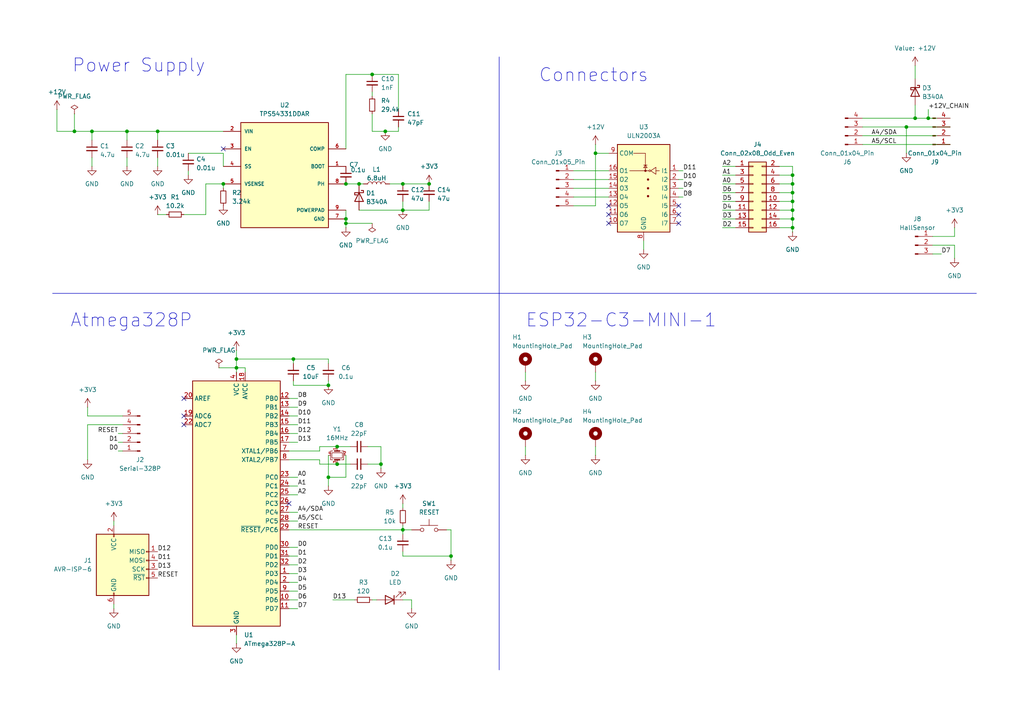
<source format=kicad_sch>
(kicad_sch (version 20231120) (generator "eeschema") (generator_version "8.0")
  (paper "A4")
  (title_block (title "AfterAI Flaps Follower") (date "2024-09-16") (rev "1.0.0") (company "AfterAI Inc."))
  (lib_symbols
    (symbol "Connector:AVR-ISP-6" (pin_names (offset 1.016))
      (property "Reference" "J" (at -6.35 11.43 0))
      (property "Value" "AVR-ISP-6" (at 0 11.43 0))
      (symbol "AVR-ISP-6_1_1"
        (pin passive line (at 10.16 5.08 180) (length 2.54) (name "MISO") (number "1"))
        (pin passive line (at -2.54 12.7 270) (length 2.54) (name "VCC") (number "2"))
        (pin passive line (at 10.16 0 180) (length 2.54) (name "SCK") (number "3"))
        (pin passive line (at 10.16 2.54 180) (length 2.54) (name "MOSI") (number "4"))
        (pin passive line (at 10.16 -2.54 180) (length 2.54) (name "~{RST}") (number "5"))
        (pin passive line (at -2.54 -10.16 90) (length 2.54) (name "GND") (number "6"))
      )
    )
    (symbol "Connector:Conn_01x03_Pin" (pin_names (offset 1.016) hide)
      (property "Reference" "J" (at 0 5.08 0))
      (property "Value" "Conn_01x03_Pin" (at 0 -5.08 0))
      (symbol "Conn_01x03_Pin_1_1"
        (pin passive line (at 5.08 2.54 180) (length 3.81) (name "Pin_1") (number "1"))
        (pin passive line (at 5.08 0 180) (length 3.81) (name "Pin_2") (number "2"))
        (pin passive line (at 5.08 -2.54 180) (length 3.81) (name "Pin_3") (number "3"))
      )
    )
    (symbol "Connector:Conn_01x04_Pin" (pin_names (offset 1.016) hide)
      (property "Reference" "J" (at 0 5.08 0))
      (property "Value" "Conn_01x04_Pin" (at 0 -7.62 0))
      (symbol "Conn_01x04_Pin_1_1"
        (pin passive line (at 5.08 2.54 180) (length 3.81) (name "Pin_1") (number "1"))
        (pin passive line (at 5.08 0 180) (length 3.81) (name "Pin_2") (number "2"))
        (pin passive line (at 5.08 -2.54 180) (length 3.81) (name "Pin_3") (number "3"))
        (pin passive line (at 5.08 -5.08 180) (length 3.81) (name "Pin_4") (number "4"))
      )
    )
    (symbol "Connector:Conn_01x05_Pin" (pin_names (offset 1.016) hide)
      (property "Reference" "J" (at 0 7.62 0))
      (property "Value" "Conn_01x05_Pin" (at 0 -7.62 0))
      (symbol "Conn_01x05_Pin_1_1"
        (pin passive line (at 5.08 5.08 180) (length 3.81) (name "Pin_1") (number "1"))
        (pin passive line (at 5.08 2.54 180) (length 3.81) (name "Pin_2") (number "2"))
        (pin passive line (at 5.08 0 180) (length 3.81) (name "Pin_3") (number "3"))
        (pin passive line (at 5.08 -2.54 180) (length 3.81) (name "Pin_4") (number "4"))
        (pin passive line (at 5.08 -5.08 180) (length 3.81) (name "Pin_5") (number "5"))
      )
    )
    (symbol "Connector_Generic:Conn_02x08_Odd_Even" (pin_names (offset 1.016) hide)
      (property "Reference" "J" (at 1.27 10.16 0))
      (property "Value" "Conn_02x08_Odd_Even" (at 1.27 -12.7 0))
      (symbol "Conn_02x08_Odd_Even_1_1"
        (pin passive line (at -5.08 7.62 0) (length 3.81) (name "Pin_1") (number "1"))
        (pin passive line (at 7.62 -2.54 180) (length 3.81) (name "Pin_10") (number "10"))
        (pin passive line (at -5.08 -5.08 0) (length 3.81) (name "Pin_11") (number "11"))
        (pin passive line (at 7.62 -5.08 180) (length 3.81) (name "Pin_12") (number "12"))
        (pin passive line (at -5.08 -7.62 0) (length 3.81) (name "Pin_13") (number "13"))
        (pin passive line (at 7.62 -7.62 180) (length 3.81) (name "Pin_14") (number "14"))
        (pin passive line (at -5.08 -10.16 0) (length 3.81) (name "Pin_15") (number "15"))
        (pin passive line (at 7.62 -10.16 180) (length 3.81) (name "Pin_16") (number "16"))
        (pin passive line (at 7.62 7.62 180) (length 3.81) (name "Pin_2") (number "2"))
        (pin passive line (at -5.08 5.08 0) (length 3.81) (name "Pin_3") (number "3"))
        (pin passive line (at 7.62 5.08 180) (length 3.81) (name "Pin_4") (number "4"))
        (pin passive line (at -5.08 2.54 0) (length 3.81) (name "Pin_5") (number "5"))
        (pin passive line (at 7.62 2.54 180) (length 3.81) (name "Pin_6") (number "6"))
        (pin passive line (at -5.08 0 0) (length 3.81) (name "Pin_7") (number "7"))
        (pin passive line (at 7.62 0 180) (length 3.81) (name "Pin_8") (number "8"))
        (pin passive line (at -5.08 -2.54 0) (length 3.81) (name "Pin_9") (number "9"))
      )
    )
    (symbol "Device:C_Small" (pin_numbers hide) (pin_names (offset 0.254) hide)
      (property "Reference" "C" (at 0.254 1.778 0))
      (property "Value" "C_Small" (at 0.254 -2.032 0))
      (symbol "C_Small_1_1"
        (pin passive line (at 0 2.54 270) (length 2.032) (name "~") (number "1"))
        (pin passive line (at 0 -2.54 90) (length 2.032) (name "~") (number "2"))
      )
    )
    (symbol "Device:Crystal_GND24_Small" (pin_names (offset 1.016) hide)
      (property "Reference" "Y" (at 1.27 4.445 0))
      (property "Value" "Crystal_GND24_Small" (at 1.27 2.54 0))
      (symbol "Crystal_GND24_Small_1_1"
        (pin passive line (at -2.54 0 0) (length 1.27) (name "1") (number "1"))
        (pin passive line (at 0 -2.54 90) (length 0.635) (name "2") (number "2"))
        (pin passive line (at 2.54 0 180) (length 1.27) (name "3") (number "3"))
        (pin passive line (at 0 2.54 270) (length 0.635) (name "4") (number "4"))
      )
    )
    (symbol "Device:D_Schottky" (pin_numbers hide) (pin_names (offset 1.016) hide)
      (property "Reference" "D" (at 0 2.54 0))
      (property "Value" "D_Schottky" (at 0 -2.54 0))
      (symbol "D_Schottky_1_1"
        (pin passive line (at -3.81 0 0) (length 2.54) (name "K") (number "1"))
        (pin passive line (at 3.81 0 180) (length 2.54) (name "A") (number "2"))
      )
    )
    (symbol "Device:L" (pin_numbers hide) (pin_names (offset 1.016) hide)
      (property "Reference" "L" (at -1.27 0 90))
      (property "Value" "L" (at 1.905 0 90))
      (symbol "L_1_1"
        (pin passive line (at 0 3.81 270) (length 1.27) (name "1") (number "1"))
        (pin passive line (at 0 -3.81 90) (length 1.27) (name "2") (number "2"))
      )
    )
    (symbol "Device:LED" (pin_numbers hide) (pin_names (offset 1.016) hide)
      (property "Reference" "D" (at 0 2.54 0))
      (property "Value" "LED" (at 0 -2.54 0))
      (symbol "LED_1_1"
        (pin passive line (at -3.81 0 0) (length 2.54) (name "K") (number "1"))
        (pin passive line (at 3.81 0 180) (length 2.54) (name "A") (number "2"))
      )
    )
    (symbol "Device:R_Small" (pin_numbers hide) (pin_names (offset 0.254) hide)
      (property "Reference" "R" (at 0.762 0.508 0))
      (property "Value" "R_Small" (at 0.762 -1.016 0))
      (symbol "R_Small_1_1"
        (pin passive line (at 0 2.54 270) (length 0.762) (name "~") (number "1"))
        (pin passive line (at 0 -2.54 90) (length 0.762) (name "~") (number "2"))
      )
    )
    (symbol "MCU_Microchip_ATmega:ATmega328P-A"
      (property "Reference" "U" (at -12.7 36.83 0))
      (property "Value" "ATmega328P-A" (at 2.54 -36.83 0))
      (symbol "ATmega328P-A_1_1"
        (pin bidirectional line (at 15.24 -20.32 180) (length 2.54) (name "PD3") (number "1"))
        (pin bidirectional line (at 15.24 -27.94 180) (length 2.54) (name "PD6") (number "10"))
        (pin bidirectional line (at 15.24 -30.48 180) (length 2.54) (name "PD7") (number "11"))
        (pin bidirectional line (at 15.24 30.48 180) (length 2.54) (name "PB0") (number "12"))
        (pin bidirectional line (at 15.24 27.94 180) (length 2.54) (name "PB1") (number "13"))
        (pin bidirectional line (at 15.24 25.4 180) (length 2.54) (name "PB2") (number "14"))
        (pin bidirectional line (at 15.24 22.86 180) (length 2.54) (name "PB3") (number "15"))
        (pin bidirectional line (at 15.24 20.32 180) (length 2.54) (name "PB4") (number "16"))
        (pin bidirectional line (at 15.24 17.78 180) (length 2.54) (name "PB5") (number "17"))
        (pin power_in line (at 2.54 38.1 270) (length 2.54) (name "AVCC") (number "18"))
        (pin input line (at -15.24 25.4 0) (length 2.54) (name "ADC6") (number "19"))
        (pin bidirectional line (at 15.24 -22.86 180) (length 2.54) (name "PD4") (number "2"))
        (pin passive line (at -15.24 30.48 0) (length 2.54) (name "AREF") (number "20"))
        (pin passive line (at 0 -38.1 90) (length 2.54) hide (name "GND") (number "21"))
        (pin input line (at -15.24 22.86 0) (length 2.54) (name "ADC7") (number "22"))
        (pin bidirectional line (at 15.24 7.62 180) (length 2.54) (name "PC0") (number "23"))
        (pin bidirectional line (at 15.24 5.08 180) (length 2.54) (name "PC1") (number "24"))
        (pin bidirectional line (at 15.24 2.54 180) (length 2.54) (name "PC2") (number "25"))
        (pin bidirectional line (at 15.24 0 180) (length 2.54) (name "PC3") (number "26"))
        (pin bidirectional line (at 15.24 -2.54 180) (length 2.54) (name "PC4") (number "27"))
        (pin bidirectional line (at 15.24 -5.08 180) (length 2.54) (name "PC5") (number "28"))
        (pin bidirectional line (at 15.24 -7.62 180) (length 2.54) (name "~{RESET}/PC6") (number "29"))
        (pin power_in line (at 0 -38.1 90) (length 2.54) (name "GND") (number "3"))
        (pin bidirectional line (at 15.24 -12.7 180) (length 2.54) (name "PD0") (number "30"))
        (pin bidirectional line (at 15.24 -15.24 180) (length 2.54) (name "PD1") (number "31"))
        (pin bidirectional line (at 15.24 -17.78 180) (length 2.54) (name "PD2") (number "32"))
        (pin power_in line (at 0 38.1 270) (length 2.54) (name "VCC") (number "4"))
        (pin passive line (at 0 -38.1 90) (length 2.54) hide (name "GND") (number "5"))
        (pin passive line (at 0 38.1 270) (length 2.54) hide (name "VCC") (number "6"))
        (pin bidirectional line (at 15.24 15.24 180) (length 2.54) (name "XTAL1/PB6") (number "7"))
        (pin bidirectional line (at 15.24 12.7 180) (length 2.54) (name "XTAL2/PB7") (number "8"))
        (pin bidirectional line (at 15.24 -25.4 180) (length 2.54) (name "PD5") (number "9"))
      )
    )
    (symbol "Mechanical:MountingHole_Pad" (pin_numbers hide) (pin_names (offset 1.016) hide)
      (property "Reference" "H" (at 0 6.35 0))
      (property "Value" "MountingHole_Pad" (at 0 4.445 0))
      (symbol "MountingHole_Pad_1_1"
        (pin input line (at 0 -2.54 90) (length 2.54) (name "1") (number "1"))
      )
    )
    (symbol "Switch:SW_Push" (pin_numbers hide) (pin_names (offset 1.016) hide)
      (property "Reference" "SW" (at 1.27 2.54 0))
      (property "Value" "SW_Push" (at 0 -1.524 0))
      (symbol "SW_Push_0_1"
        (pin passive line (at -5.08 0 0) (length 2.54) (name "1") (number "1"))
        (pin passive line (at 5.08 0 180) (length 2.54) (name "2") (number "2"))
      )
    )
    (symbol "TPS54331DDAR:TPS54331DDAR" (pin_names (offset 1.016))
      (property "Reference" "U" (at -12.7 16.51 0))
      (property "Value" "TPS54331DDAR" (at -12.7 -16.51 0))
      (symbol "TPS54331DDAR_0_0"
        (pin output line (at 17.78 2.54 180) (length 5.08) (name "BOOT") (number "1"))
        (pin power_in line (at -17.78 12.7 0) (length 5.08) (name "VIN") (number "2"))
        (pin input line (at -17.78 7.62 0) (length 5.08) (name "EN") (number "3"))
        (pin input line (at -17.78 2.54 0) (length 5.08) (name "SS") (number "4"))
        (pin input line (at -17.78 -2.54 0) (length 5.08) (name "VSENSE") (number "5"))
        (pin output line (at 17.78 7.62 180) (length 5.08) (name "COMP") (number "6"))
        (pin power_in line (at 17.78 -12.7 180) (length 5.08) (name "GND") (number "7"))
        (pin output line (at 17.78 -2.54 180) (length 5.08) (name "PH") (number "8"))
        (pin power_in line (at 17.78 -10.16 180) (length 5.08) (name "POWERPAD") (number "9"))
      )
    )
    (symbol "Transistor_Array:ULN2003A"
      (property "Reference" "U" (at 0 15.875 0))
      (property "Value" "ULN2003A" (at 0 13.97 0))
      (symbol "ULN2003A_1_1"
        (pin input line (at -10.16 5.08 0) (length 2.54) (name "I1") (number "1"))
        (pin open_collector line (at 10.16 -10.16 180) (length 2.54) (name "O7") (number "10"))
        (pin open_collector line (at 10.16 -7.62 180) (length 2.54) (name "O6") (number "11"))
        (pin open_collector line (at 10.16 -5.08 180) (length 2.54) (name "O5") (number "12"))
        (pin open_collector line (at 10.16 -2.54 180) (length 2.54) (name "O4") (number "13"))
        (pin open_collector line (at 10.16 0 180) (length 2.54) (name "O3") (number "14"))
        (pin open_collector line (at 10.16 2.54 180) (length 2.54) (name "O2") (number "15"))
        (pin open_collector line (at 10.16 5.08 180) (length 2.54) (name "O1") (number "16"))
        (pin input line (at -10.16 2.54 0) (length 2.54) (name "I2") (number "2"))
        (pin input line (at -10.16 0 0) (length 2.54) (name "I3") (number "3"))
        (pin input line (at -10.16 -2.54 0) (length 2.54) (name "I4") (number "4"))
        (pin input line (at -10.16 -5.08 0) (length 2.54) (name "I5") (number "5"))
        (pin input line (at -10.16 -7.62 0) (length 2.54) (name "I6") (number "6"))
        (pin input line (at -10.16 -10.16 0) (length 2.54) (name "I7") (number "7"))
        (pin power_in line (at 0 -15.24 90) (length 2.54) (name "GND") (number "8"))
        (pin passive line (at 10.16 10.16 180) (length 2.54) (name "COM") (number "9"))
      )
    )
    (symbol "power:+12V" (power) (pin_numbers hide) (pin_names (offset 0) hide)
      (property "Value" "+12V" (at 0 3.556 0))
      (symbol "+12V_1_1"
        (pin power_in line (at 0 0 90) (length 0) (name "~") (number "1"))
      )
    )
    (symbol "power:+3V3" (power) (pin_numbers hide) (pin_names (offset 0) hide)
      (property "Value" "+3V3" (at 0 3.556 0))
      (symbol "+3V3_1_1"
        (pin power_in line (at 0 0 90) (length 0) (name "~") (number "1"))
      )
    )
    (symbol "power:GND" (power) (pin_numbers hide) (pin_names (offset 0) hide)
      (property "Value" "GND" (at 0 -3.81 0))
      (symbol "GND_1_1"
        (pin power_in line (at 0 0 270) (length 0) (name "~") (number "1"))
      )
    )
    (symbol "power:PWR_FLAG" (power) (pin_numbers hide) (pin_names (offset 0) hide)
      (property "Value" "PWR_FLAG" (at 0 3.81 0))
      (symbol "PWR_FLAG_0_0"
        (pin power_out line (at 0 0 90) (length 0) (name "~") (number "1"))
      )
    )
  )
  (junction (at 116.84 53.34))
  (junction (at 68.58 104.14))
  (junction (at 124.46 53.34))
  (junction (at 229.87 63.5))
  (junction (at 97.79 129.54))
  (junction (at 265.43 34.29))
  (junction (at 100.33 64.77))
  (junction (at 45.72 38.1))
  (junction (at 68.58 106.68))
  (junction (at 36.83 38.1))
  (junction (at 229.87 53.34))
  (junction (at 229.87 58.42))
  (junction (at 229.87 66.04))
  (junction (at 110.49 134.62))
  (junction (at 95.25 138.43))
  (junction (at 116.84 60.96))
  (junction (at 269.24 34.29))
  (junction (at 104.14 53.34))
  (junction (at 107.95 21.59))
  (junction (at 100.33 53.34))
  (junction (at 21.59 38.1))
  (junction (at 229.87 60.96))
  (junction (at 26.67 38.1))
  (junction (at 130.81 161.29))
  (junction (at 229.87 55.88))
  (junction (at 172.72 44.45))
  (junction (at 116.84 153.67))
  (junction (at 64.77 53.34))
  (junction (at 262.89 36.83))
  (junction (at 97.79 134.62))
  (junction (at 229.87 50.8))
  (junction (at 111.76 38.1))
  (junction (at 85.09 104.14))
  (junction (at 100.33 63.5))
  (junction (at 95.25 111.76))
  (no_connect (at 176.53 64.77))
  (no_connect (at 83.82 146.05))
  (no_connect (at 196.85 62.23))
  (no_connect (at 53.34 123.19))
  (no_connect (at 53.34 120.65))
  (no_connect (at 53.34 115.57))
  (no_connect (at 196.85 59.69))
  (no_connect (at 176.53 59.69))
  (no_connect (at 176.53 62.23))
  (no_connect (at 196.85 64.77))
  (no_connect (at 64.77 43.18))
  (wire (pts (xy 86.36 115.57) (xy 83.82 115.57)))
  (wire (pts (xy 48.26 62.23) (xy 45.72 62.23)))
  (wire (pts (xy 71.12 107.95) (xy 71.12 106.68)))
  (wire (pts (xy 86.36 171.45) (xy 83.82 171.45)))
  (wire (pts (xy 92.71 129.54) (xy 97.79 129.54)))
  (wire (pts (xy 86.36 158.75) (xy 83.82 158.75)))
  (wire (pts (xy 115.57 38.1) (xy 111.76 38.1)))
  (wire (pts (xy 209.55 55.88) (xy 213.36 55.88)))
  (wire (pts (xy 16.51 38.1) (xy 21.59 38.1)))
  (wire (pts (xy 100.33 64.77) (xy 100.33 66.04)))
  (wire (pts (xy 83.82 133.35) (xy 92.71 133.35)))
  (wire (pts (xy 198.12 54.61) (xy 196.85 54.61)))
  (wire (pts (xy 68.58 106.68) (xy 71.12 106.68)))
  (wire (pts (xy 262.89 44.45) (xy 262.89 36.83)))
  (wire (pts (xy 116.84 60.96) (xy 124.46 60.96)))
  (wire (pts (xy 86.36 123.19) (xy 83.82 123.19)))
  (wire (pts (xy 116.84 146.05) (xy 116.84 147.32)))
  (wire (pts (xy 106.68 129.54) (xy 110.49 129.54)))
  (wire (pts (xy 209.55 63.5) (xy 213.36 63.5)))
  (wire (pts (xy 59.69 62.23) (xy 59.69 53.34)))
  (wire (pts (xy 107.95 33.02) (xy 107.95 38.1)))
  (wire (pts (xy 198.12 49.53) (xy 196.85 49.53)))
  (wire (pts (xy 68.58 104.14) (xy 85.09 104.14)))
  (wire (pts (xy 229.87 66.04) (xy 229.87 67.31)))
  (wire (pts (xy 226.06 50.8) (xy 229.87 50.8)))
  (wire (pts (xy 95.25 132.08) (xy 95.25 138.43)))
  (wire (pts (xy 85.09 105.41) (xy 85.09 104.14)))
  (wire (pts (xy 198.12 52.07) (xy 196.85 52.07)))
  (wire (pts (xy 54.61 49.53) (xy 54.61 50.8)))
  (wire (pts (xy 250.19 36.83) (xy 262.89 36.83)))
  (wire (pts (xy 166.37 59.69) (xy 172.72 59.69)))
  (wire (pts (xy 97.79 134.62) (xy 101.6 134.62)))
  (wire (pts (xy 86.36 125.73) (xy 83.82 125.73)))
  (wire (pts (xy 83.82 130.81) (xy 92.71 130.81)))
  (wire (pts (xy 92.71 130.81) (xy 92.71 129.54)))
  (wire (pts (xy 229.87 50.8) (xy 229.87 53.34)))
  (wire (pts (xy 83.82 163.83) (xy 86.36 163.83)))
  (wire (pts (xy 100.33 63.5) (xy 100.33 64.77)))
  (wire (pts (xy 53.34 62.23) (xy 59.69 62.23)))
  (wire (pts (xy 59.69 53.34) (xy 64.77 53.34)))
  (wire (pts (xy 68.58 104.14) (xy 68.58 106.68)))
  (wire (pts (xy 68.58 106.68) (xy 68.58 107.95)))
  (wire (pts (xy 229.87 60.96) (xy 229.87 63.5)))
  (wire (pts (xy 100.33 21.59) (xy 107.95 21.59)))
  (wire (pts (xy 270.51 71.12) (xy 276.86 71.12)))
  (wire (pts (xy 54.61 44.45) (xy 64.77 44.45)))
  (wire (pts (xy 130.81 153.67) (xy 130.81 161.29)))
  (wire (pts (xy 229.87 48.26) (xy 229.87 50.8)))
  (wire (pts (xy 104.14 60.96) (xy 116.84 60.96)))
  (wire (pts (xy 172.72 129.54) (xy 172.72 132.08)))
  (polyline (pts (xy 144.78 85.09) (xy 144.78 194.31)))
  (wire (pts (xy 64.77 44.45) (xy 64.77 48.26)))
  (wire (pts (xy 265.43 19.05) (xy 265.43 22.86)))
  (wire (pts (xy 86.36 168.91) (xy 83.82 168.91)))
  (wire (pts (xy 250.19 41.91) (xy 275.59 41.91)))
  (wire (pts (xy 270.51 68.58) (xy 276.86 68.58)))
  (polyline (pts (xy 144.78 16.51) (xy 144.78 85.09)))
  (wire (pts (xy 100.33 60.96) (xy 100.33 63.5)))
  (wire (pts (xy 86.36 118.11) (xy 83.82 118.11)))
  (wire (pts (xy 63.5 106.68) (xy 68.58 106.68)))
  (wire (pts (xy 265.43 34.29) (xy 269.24 34.29)))
  (wire (pts (xy 262.89 36.83) (xy 275.59 36.83)))
  (wire (pts (xy 21.59 38.1) (xy 26.67 38.1)))
  (wire (pts (xy 116.84 58.42) (xy 116.84 60.96)))
  (polyline (pts (xy 144.78 85.09) (xy 283.21 85.09)))
  (wire (pts (xy 130.81 162.56) (xy 130.81 161.29)))
  (wire (pts (xy 209.55 50.8) (xy 213.36 50.8)))
  (wire (pts (xy 36.83 38.1) (xy 45.72 38.1)))
  (wire (pts (xy 226.06 58.42) (xy 229.87 58.42)))
  (wire (pts (xy 34.29 128.27) (xy 35.56 128.27)))
  (wire (pts (xy 113.03 53.34) (xy 116.84 53.34)))
  (wire (pts (xy 229.87 63.5) (xy 229.87 66.04)))
  (wire (pts (xy 229.87 58.42) (xy 229.87 60.96)))
  (wire (pts (xy 116.84 152.4) (xy 116.84 153.67)))
  (wire (pts (xy 86.36 173.99) (xy 83.82 173.99)))
  (wire (pts (xy 186.69 69.85) (xy 186.69 72.39)))
  (wire (pts (xy 85.09 104.14) (xy 95.25 104.14)))
  (wire (pts (xy 95.25 138.43) (xy 95.25 140.97)))
  (wire (pts (xy 45.72 38.1) (xy 64.77 38.1)))
  (wire (pts (xy 33.02 151.13) (xy 33.02 152.4)))
  (wire (pts (xy 226.06 66.04) (xy 229.87 66.04)))
  (wire (pts (xy 102.87 173.99) (xy 96.52 173.99)))
  (wire (pts (xy 115.57 36.83) (xy 115.57 38.1)))
  (wire (pts (xy 25.4 120.65) (xy 35.56 120.65)))
  (wire (pts (xy 209.55 53.34) (xy 213.36 53.34)))
  (wire (pts (xy 250.19 39.37) (xy 275.59 39.37)))
  (wire (pts (xy 198.12 57.15) (xy 196.85 57.15)))
  (wire (pts (xy 68.58 186.69) (xy 68.58 184.15)))
  (wire (pts (xy 276.86 71.12) (xy 276.86 74.93)))
  (wire (pts (xy 34.29 130.81) (xy 35.56 130.81)))
  (wire (pts (xy 116.84 153.67) (xy 119.38 153.67)))
  (wire (pts (xy 95.25 111.76) (xy 95.25 110.49)))
  (wire (pts (xy 209.55 60.96) (xy 213.36 60.96)))
  (wire (pts (xy 130.81 153.67) (xy 129.54 153.67)))
  (wire (pts (xy 166.37 57.15) (xy 176.53 57.15)))
  (wire (pts (xy 34.29 125.73) (xy 35.56 125.73)))
  (wire (pts (xy 64.77 53.34) (xy 64.77 54.61)))
  (wire (pts (xy 250.19 34.29) (xy 265.43 34.29)))
  (wire (pts (xy 226.06 48.26) (xy 229.87 48.26)))
  (wire (pts (xy 95.25 104.14) (xy 95.25 105.41)))
  (wire (pts (xy 85.09 110.49) (xy 85.09 111.76)))
  (wire (pts (xy 83.82 138.43) (xy 86.36 138.43)))
  (wire (pts (xy 100.33 21.59) (xy 100.33 43.18)))
  (wire (pts (xy 172.72 59.69) (xy 172.72 44.45)))
  (wire (pts (xy 273.05 73.66) (xy 270.51 73.66)))
  (wire (pts (xy 116.84 154.94) (xy 116.84 153.67)))
  (wire (pts (xy 21.59 38.1) (xy 21.59 33.02)))
  (wire (pts (xy 45.72 38.1) (xy 45.72 40.64)))
  (wire (pts (xy 209.55 58.42) (xy 213.36 58.42)))
  (wire (pts (xy 26.67 38.1) (xy 36.83 38.1)))
  (wire (pts (xy 26.67 45.72) (xy 26.67 48.26)))
  (wire (pts (xy 110.49 134.62) (xy 110.49 135.89)))
  (wire (pts (xy 172.72 107.95) (xy 172.72 110.49)))
  (wire (pts (xy 45.72 45.72) (xy 45.72 48.26)))
  (wire (pts (xy 36.83 38.1) (xy 36.83 40.64)))
  (wire (pts (xy 68.58 101.6) (xy 68.58 104.14)))
  (wire (pts (xy 226.06 55.88) (xy 229.87 55.88)))
  (wire (pts (xy 16.51 31.75) (xy 16.51 38.1)))
  (wire (pts (xy 172.72 44.45) (xy 176.53 44.45)))
  (wire (pts (xy 83.82 153.67) (xy 116.84 153.67)))
  (wire (pts (xy 229.87 53.34) (xy 229.87 55.88)))
  (wire (pts (xy 229.87 55.88) (xy 229.87 58.42)))
  (wire (pts (xy 152.4 107.95) (xy 152.4 110.49)))
  (wire (pts (xy 25.4 133.35) (xy 25.4 123.19)))
  (wire (pts (xy 104.14 53.34) (xy 105.41 53.34)))
  (wire (pts (xy 25.4 118.11) (xy 25.4 120.65)))
  (wire (pts (xy 116.84 53.34) (xy 124.46 53.34)))
  (wire (pts (xy 226.06 60.96) (xy 229.87 60.96)))
  (wire (pts (xy 106.68 134.62) (xy 110.49 134.62)))
  (wire (pts (xy 36.83 45.72) (xy 36.83 48.26)))
  (wire (pts (xy 97.79 129.54) (xy 101.6 129.54)))
  (wire (pts (xy 86.36 128.27) (xy 83.82 128.27)))
  (wire (pts (xy 107.95 173.99) (xy 109.22 173.99)))
  (wire (pts (xy 152.4 129.54) (xy 152.4 132.08)))
  (wire (pts (xy 166.37 49.53) (xy 176.53 49.53)))
  (wire (pts (xy 26.67 38.1) (xy 26.67 40.64)))
  (wire (pts (xy 83.82 140.97) (xy 86.36 140.97)))
  (wire (pts (xy 124.46 60.96) (xy 124.46 58.42)))
  (wire (pts (xy 86.36 120.65) (xy 83.82 120.65)))
  (wire (pts (xy 226.06 53.34) (xy 229.87 53.34)))
  (wire (pts (xy 119.38 173.99) (xy 119.38 176.53)))
  (wire (pts (xy 276.86 68.58) (xy 276.86 66.04)))
  (wire (pts (xy 166.37 54.61) (xy 176.53 54.61)))
  (wire (pts (xy 100.33 138.43) (xy 95.25 138.43)))
  (wire (pts (xy 92.71 133.35) (xy 92.71 134.62)))
  (wire (pts (xy 172.72 41.91) (xy 172.72 44.45)))
  (wire (pts (xy 33.02 176.53) (xy 33.02 175.26)))
  (polyline (pts (xy 15.24 85.09) (xy 144.78 85.09)))
  (wire (pts (xy 115.57 21.59) (xy 115.57 31.75)))
  (wire (pts (xy 107.95 26.67) (xy 107.95 27.94)))
  (wire (pts (xy 86.36 166.37) (xy 83.82 166.37)))
  (wire (pts (xy 116.84 161.29) (xy 116.84 160.02)))
  (wire (pts (xy 92.71 134.62) (xy 97.79 134.62)))
  (wire (pts (xy 269.24 34.29) (xy 275.59 34.29)))
  (wire (pts (xy 269.24 31.75) (xy 269.24 34.29)))
  (wire (pts (xy 110.49 129.54) (xy 110.49 134.62)))
  (wire (pts (xy 86.36 161.29) (xy 83.82 161.29)))
  (wire (pts (xy 116.84 173.99) (xy 119.38 173.99)))
  (wire (pts (xy 86.36 148.59) (xy 83.82 148.59)))
  (wire (pts (xy 83.82 143.51) (xy 86.36 143.51)))
  (wire (pts (xy 111.76 38.1) (xy 107.95 38.1)))
  (wire (pts (xy 85.09 111.76) (xy 95.25 111.76)))
  (wire (pts (xy 107.95 64.77) (xy 100.33 64.77)))
  (wire (pts (xy 25.4 123.19) (xy 35.56 123.19)))
  (wire (pts (xy 116.84 161.29) (xy 130.81 161.29)))
  (wire (pts (xy 86.36 151.13) (xy 83.82 151.13)))
  (wire (pts (xy 166.37 52.07) (xy 176.53 52.07)))
  (wire (pts (xy 86.36 176.53) (xy 83.82 176.53)))
  (wire (pts (xy 100.33 53.34) (xy 104.14 53.34)))
  (wire (pts (xy 209.55 66.04) (xy 213.36 66.04)))
  (wire (pts (xy 226.06 63.5) (xy 229.87 63.5)))
  (wire (pts (xy 100.33 132.08) (xy 100.33 138.43)))
  (wire (pts (xy 107.95 21.59) (xy 115.57 21.59)))
  (wire (pts (xy 265.43 30.48) (xy 265.43 34.29)))
  (wire (pts (xy 209.55 48.26) (xy 213.36 48.26)))
  (text "Connectors" (at 156.21 24.13 0) (effects (font (size 3.81 3.81)) (justify left bottom)))
  (text "Power Supply" (at 20.828 21.336 0) (effects (font (size 3.81 3.81)) (justify left bottom)))
  (text "ESP32-C3-MINI-1" (at 152.4 95.25 0) (effects (font (size 3.81 3.81)) (justify left bottom)))
  (text "Atmega328P" (at 20.32 95.25 0) (effects (font (size 3.81 3.81)) (justify left bottom)))
  (label "D10" (at 86.36 120.65 0))
  (label "D12" (at 45.72 160.02 0))
  (label "D11" (at 198.12 49.53 0))
  (label "D1" (at 86.36 161.29 0))
  (label "A4{slash}SDA" (at 86.36 148.59 0))
  (label "D7" (at 273.05 73.66 0))
  (label "D12" (at 86.36 125.73 0))
  (label "D1" (at 34.29 128.27 180))
  (label "D7" (at 86.36 176.53 0))
  (label "D10" (at 198.12 52.07 0))
  (label "A2" (at 209.55 48.26 0))
  (label "D13" (at 96.52 173.99 0))
  (label "A2" (at 86.36 143.51 0))
  (label "RESET" (at 45.72 167.64 0))
  (label "D4" (at 86.36 168.91 0))
  (label "D4" (at 209.55 60.96 0))
  (label "D3" (at 209.55 63.5 0))
  (label "A5{slash}SCL" (at 86.36 151.13 0))
  (label "D6" (at 86.36 173.99 0))
  (label "A1" (at 209.55 50.8 0))
  (label "D11" (at 45.72 162.56 0))
  (label "D8" (at 198.12 57.15 0))
  (label "A4{slash}SDA" (at 252.73 39.37 0))
  (label "D3" (at 86.36 166.37 0))
  (label "D9" (at 86.36 118.11 0))
  (label "A5{slash}SCL" (at 252.73 41.91 0))
  (label "D9" (at 198.12 54.61 0))
  (label "D6" (at 209.55 55.88 0))
  (label "A0" (at 86.36 138.43 0))
  (label "A0" (at 209.55 53.34 0))
  (label "D13" (at 86.36 128.27 0))
  (label "D0" (at 86.36 158.75 0))
  (label "D5" (at 86.36 171.45 0))
  (label "D2" (at 86.36 163.83 0))
  (label "A1" (at 86.36 140.97 0))
  (label "+12V_CHAIN" (at 269.24 31.75 0))
  (label "RESET" (at 34.29 125.73 180))
  (label "RESET" (at 86.36 153.67 0))
  (label "D8" (at 86.36 115.57 0))
  (label "D5" (at 209.55 58.42 0))
  (label "D13" (at 45.72 165.1 0))
  (label "D11" (at 86.36 123.19 0))
  (label "D2" (at 209.55 66.04 0))
  (label "D0" (at 34.29 130.81 180))
  (symbol (lib_id "Device:R_Small") (at 64.77 57.15 180) (unit 1)
    (property "Reference" "R2" (at 67.31 55.8799 0) (effects (justify right)))
    (property "Value" "3.24k" (at 67.31 58.4199 0) (effects (justify right)))
    (property "Footprint" "Resistor_SMD:R_0603_1608Metric" (effects (hide yes)))
    (property "LCSC" "C22994" (effects (hide yes)))
  )
  (symbol (lib_id "power:+3V3") (at 116.84 146.05 0) (unit 1)
    (property "Reference" "#PWR020" (effects (hide yes)))
    (property "Value" "+3V3" (at 116.84 140.97 0))
    (property "Description" "Power symbol creates a global label with name \"+3V3\"" (effects (hide yes)))
  )
  (symbol (lib_id "Device:R_Small") (at 116.84 149.86 0) (unit 1)
    (property "Reference" "R5" (at 113.03 148.59 0))
    (property "Value" "10k" (at 113.03 151.13 0))
    (property "Footprint" "Resistor_SMD:R_0402_1005Metric" (effects (hide yes)))
    (property "LCSC" "C25744" (effects (hide yes)))
  )
  (symbol (lib_id "power:GND") (at 54.61 50.8 0) (unit 1)
    (property "Reference" "#PWR010" (effects (hide yes)))
    (property "Value" "GND" (at 54.61 55.88 0))
    (property "Description" "Power symbol creates a global label with name \"GND\" , ground" (effects (hide yes)))
  )
  (symbol (lib_id "power:+12V") (at 265.43 19.05 0) (unit 1)
    (property "Reference" "#PWR039" (effects (hide yes)))
    (property "Value" "+12V" (at 265.43 13.97 0) (show_name yes))
    (property "Description" "Power symbol creates a global label with name \"+12V\"" (effects (hide yes)))
  )
  (symbol (lib_id "Transistor_Array:ULN2003A") (at 186.69 54.61 0) (mirror y) (unit 1)
    (property "Reference" "U3" (at 186.69 36.83 0))
    (property "Value" "ULN2003A" (at 186.69 39.37 0))
    (property "Footprint" "Package_SO:SOIC-16_3.9x9.9mm_P1.27mm" (effects (hide yes)))
    (property "Datasheet" "http://www.ti.com/lit/ds/symlink/uln2003a.pdf" (effects (hide yes)))
    (property "LCSC" "C7512" (effects (hide yes)))
  )
  (symbol (lib_id "power:GND") (at 95.25 111.76 0) (unit 1)
    (property "Reference" "#PWR014" (effects (hide yes)))
    (property "Value" "GND" (at 95.25 116.84 0))
    (property "Description" "Power symbol creates a global label with name \"GND\" , ground" (effects (hide yes)))
  )
  (symbol (lib_id "Device:C_Small") (at 54.61 46.99 0) (unit 1)
    (property "Reference" "C4" (at 56.9341 46.1616 0) (effects (justify left)))
    (property "Value" "0.01u" (at 56.9341 48.6985 0) (effects (justify left)))
    (property "Footprint" "Capacitor_SMD:C_0603_1608Metric" (effects (hide yes)))
    (property "LCSC" "C77053" (effects (hide yes)))
  )
  (symbol (lib_id "Device:C_Small") (at 26.67 43.18 0) (unit 1)
    (property "Reference" "C1" (at 28.9941 42.3516 0) (effects (justify left)))
    (property "Value" "4.7u" (at 28.9941 44.8885 0) (effects (justify left)))
    (property "Footprint" "Capacitor_SMD:C_0805_2012Metric" (effects (hide yes)))
    (property "LCSC" " C77077" (effects (hide yes)))
  )
  (symbol (lib_id "power:+3V3") (at 45.72 62.23 0) (unit 1)
    (property "Reference" "#PWR09" (effects (hide yes)))
    (property "Value" "+3V3" (at 45.72 57.15 0))
    (property "Description" "Power symbol creates a global label with name \"+3V3\"" (effects (hide yes)))
  )
  (symbol (lib_id "power:GND") (at 172.72 110.49 0) (unit 1)
    (property "Reference" "#PWR029" (effects (hide yes)))
    (property "Value" "GND" (at 172.72 115.57 0))
    (property "Description" "Power symbol creates a global label with name \"GND\" , ground" (effects (hide yes)))
  )
  (symbol (lib_id "power:GND") (at 111.76 38.1 0) (unit 1)
    (property "Reference" "#PWR018" (effects (hide yes)))
    (property "Value" "GND" (at 111.76 43.18 0))
    (property "Description" "Power symbol creates a global label with name \"GND\" , ground" (effects (hide yes)))
  )
  (symbol (lib_id "power:GND") (at 262.89 44.45 0) (unit 1)
    (property "Reference" "#PWR038" (effects (hide yes)))
    (property "Value" "GND" (at 262.89 49.53 0))
    (property "Description" "Power symbol creates a global label with name \"GND\" , ground" (effects (hide yes)))
  )
  (symbol (lib_id "power:+3V3") (at 33.02 151.13 0) (unit 1)
    (property "Reference" "#PWR05" (effects (hide yes)))
    (property "Value" "+3V3" (at 33.02 146.05 0))
    (property "Description" "Power symbol creates a global label with name \"+3V3\"" (effects (hide yes)))
  )
  (symbol (lib_id "Device:C_Small") (at 124.46 55.88 0) (unit 1)
    (property "Reference" "C14" (at 126.7841 55.0516 0) (effects (justify left)))
    (property "Value" "47u" (at 126.7841 57.5885 0) (effects (justify left)))
    (property "Footprint" "Capacitor_SMD:C_0603_1608Metric" (effects (hide yes)))
    (property "LCSC" "C140782" (effects (hide yes)))
  )
  (symbol (lib_id "Mechanical:MountingHole_Pad") (at 152.4 105.41 0) (unit 1) (in_bom no)
    (property "Reference" "H1" (at 148.59 97.79 0) (effects (justify left)))
    (property "Value" "MountingHole_Pad" (at 148.59 100.33 0) (effects (justify left)))
    (property "Footprint" "MountingHole:MountingHole_3.2mm_M3_DIN965_Pad" (effects (hide yes)))
  )
  (symbol (lib_id "Device:C_Small") (at 116.84 157.48 180) (unit 1)
    (property "Reference" "C13" (at 111.76 156.21 0))
    (property "Value" "0.1u" (at 111.76 158.75 0))
    (property "Footprint" "Capacitor_SMD:C_0402_1005Metric" (effects (hide yes)))
    (property "LCSC" "C307331" (effects (hide yes)))
  )
  (symbol (lib_id "Device:D_Schottky") (at 265.43 26.67 270) (unit 1)
    (property "Reference" "D3" (at 267.462 25.5178 90) (effects (justify left)))
    (property "Value" "B340A" (at 267.462 28.0547 90) (effects (justify left)))
    (property "Footprint" "Diode_SMD:D_SMA" (effects (hide yes)))
    (property "LCSC" "C3018525" (effects (hide yes)))
  )
  (symbol (lib_id "power:GND") (at 229.87 67.31 0) (unit 1)
    (property "Reference" "#PWR034" (effects (hide yes)))
    (property "Value" "GND" (at 229.87 72.39 0))
    (property "Description" "Power symbol creates a global label with name \"GND\" , ground" (effects (hide yes)))
  )
  (symbol (lib_id "power:GND") (at 130.81 162.56 0) (unit 1)
    (property "Reference" "#PWR023" (effects (hide yes)))
    (property "Value" "GND" (at 130.81 167.64 0))
    (property "Description" "Power symbol creates a global label with name \"GND\" , ground" (effects (hide yes)))
  )
  (symbol (lib_id "power:GND") (at 33.02 176.53 0) (unit 1)
    (property "Reference" "#PWR06" (effects (hide yes)))
    (property "Value" "GND" (at 33.02 181.61 0))
    (property "Description" "Power symbol creates a global label with name \"GND\" , ground" (effects (hide yes)))
  )
  (symbol (lib_id "power:GND") (at 186.69 72.39 0) (unit 1)
    (property "Reference" "#PWR031" (effects (hide yes)))
    (property "Value" "GND" (at 186.69 77.47 0))
    (property "Description" "Power symbol creates a global label with name \"GND\" , ground" (effects (hide yes)))
  )
  (symbol (lib_id "Connector:Conn_01x05_Pin") (at 161.29 54.61 0) (unit 1)
    (property "Reference" "J3" (at 161.925 44.45 0))
    (property "Value" "Conn_01x05_Pin" (at 161.925 46.99 0))
    (property "Footprint" "Connector_JST:JST_XH_B5B-XH-AM_1x05_P2.50mm_Vertical" (effects (hide yes)))
    (property "LCSC" "C161872" (effects (hide yes)))
  )
  (symbol (lib_id "TPS54331DDAR:TPS54331DDAR") (at 82.55 50.8 0) (unit 1)
    (property "Reference" "U2" (at 82.55 30.48 0))
    (property "Value" "TPS54331DDAR" (at 82.55 33.02 0))
    (property "Footprint" "TPS54331DDAR:CONV_TPS54331DDAR" (effects (hide yes)))
    (property "MF" "Texas Instruments" (effects (hide yes)))
    (property "MAXIMUM_PACKAGE_HEIGHT" "1.70 mm" (effects (hide yes)))
    (property "Package" "HSOIC-8 Texas Instruments" (effects (hide yes)))
    (property "Price" "None" (effects (hide yes)))
    (property "Check_prices" "https://www.snapeda.com/parts/TPS54331DDAR/Texas+Instruments/view-part/?ref=eda" (effects (hide yes)))
    (property "STANDARD" "Manufacturer Recommendations" (effects (hide yes)))
    (property "PARTREV" "F" (effects (hide yes)))
    (property "SnapEDA_Link" "https://www.snapeda.com/parts/TPS54331DDAR/Texas+Instruments/view-part/?ref=snap" (effects (hide yes)))
    (property "MP" "TPS54331DDAR" (effects (hide yes)))
    (property "Description_1" "\n3.5V to 28V Input, 3A, 570kHz Step-Down Converter with Eco-mode\n" (effects (hide yes)))
    (property "Availability" "In Stock" (effects (hide yes)))
    (property "MANUFACTURER" "Texas Instruments" (effects (hide yes)))
    (property "LCSC" "C90761" (effects (hide yes)))
  )
  (symbol (lib_id "Device:C_Small") (at 36.83 43.18 0) (unit 1)
    (property "Reference" "C2" (at 39.1541 42.3516 0) (effects (justify left)))
    (property "Value" "4.7u" (at 39.1541 44.8885 0) (effects (justify left)))
    (property "Footprint" "Capacitor_SMD:C_0805_2012Metric" (effects (hide yes)))
    (property "LCSC" " C77077" (effects (hide yes)))
  )
  (symbol (lib_id "Connector:AVR-ISP-6") (at 35.56 165.1 0) (unit 1)
    (property "Reference" "J1" (at 26.67 162.56 0) (effects (justify right)))
    (property "Value" "AVR-ISP-6" (at 26.67 165.1 0) (effects (justify right)))
    (property "Footprint" "Connector_PinHeader_2.54mm:PinHeader_2x03_P2.54mm_Vertical" (effects (hide yes)))
    (property "Description" "Atmel 6-pin ISP connector" (effects (hide yes)))
    (property "LCSC" "C65114" (effects (hide yes)))
  )
  (symbol (lib_id "Device:L") (at 109.22 53.34 90) (unit 1)
    (property "Reference" "L1" (at 109.22 49.1322 90))
    (property "Value" "6.8uH" (at 109.22 51.6691 90))
    (property "Footprint" "Inductor_SMD:L_Sunlord_MWSA0603S" (effects (hide yes)))
    (property "LCSC" "C408449" (effects (hide yes)))
  )
  (symbol (lib_id "Device:Crystal_GND24_Small") (at 97.79 132.08 90) (mirror x) (unit 1)
    (property "Reference" "Y1" (at 97.79 124.46 90))
    (property "Value" "16MHz" (at 97.79 127 90))
    (property "Footprint" "Crystal:Crystal_SMD_3225-4Pin_3.2x2.5mm" (effects (hide yes)))
    (property "LCSC" "C13738" (effects (hide yes)))
  )
  (symbol (lib_id "power:+12V") (at 172.72 41.91 0) (unit 1)
    (property "Reference" "#PWR028" (effects (hide yes)))
    (property "Value" "+12V" (at 172.72 36.83 0))
    (property "Description" "Power symbol creates a global label with name \"+12V\"" (effects (hide yes)))
  )
  (symbol (lib_id "power:GND") (at 152.4 132.08 0) (unit 1)
    (property "Reference" "#PWR026" (effects (hide yes)))
    (property "Value" "GND" (at 152.4 137.16 0))
    (property "Description" "Power symbol creates a global label with name \"GND\" , ground" (effects (hide yes)))
  )
  (symbol (lib_id "Mechanical:MountingHole_Pad") (at 172.72 127 0) (unit 1) (in_bom no)
    (property "Reference" "H4" (at 168.91 119.38 0) (effects (justify left)))
    (property "Value" "MountingHole_Pad" (at 168.91 121.92 0) (effects (justify left)))
    (property "Footprint" "MountingHole:MountingHole_3.2mm_M3_DIN965_Pad" (effects (hide yes)))
  )
  (symbol (lib_id "Connector:Conn_01x05_Pin") (at 40.64 125.73 180) (unit 1)
    (property "Reference" "J2" (at 40.64 133.35 0))
    (property "Value" "Serial-328P" (at 40.64 135.89 0))
    (property "Footprint" "Connector_PinHeader_2.54mm:PinHeader_1x05_P2.54mm_Vertical" (effects (hide yes)))
    (property "LCSC" "C492404" (effects (hide yes)))
  )
  (symbol (lib_id "power:PWR_FLAG") (at 63.5 106.68 0) (unit 1)
    (property "Reference" "#FLG02" (effects (hide yes)))
    (property "Value" "PWR_FLAG" (at 63.5 101.6 0))
    (property "Description" "Special symbol for telling ERC where power comes from" (effects (hide yes)))
  )
  (symbol (lib_id "Device:C_Small") (at 104.14 134.62 270) (mirror x) (unit 1)
    (property "Reference" "C9" (at 104.14 138.43 90))
    (property "Value" "22pF" (at 104.1464 140.97 90))
    (property "Footprint" "Capacitor_SMD:C_0402_1005Metric" (effects (hide yes)))
    (property "LCSC" "C1555" (effects (hide yes)))
  )
  (symbol (lib_id "power:+3V3") (at 25.4 118.11 0) (unit 1)
    (property "Reference" "#PWR02" (effects (hide yes)))
    (property "Value" "+3V3" (at 25.4 113.03 0))
    (property "Description" "Power symbol creates a global label with name \"+3V3\"" (effects (hide yes)))
  )
  (symbol (lib_id "power:GND") (at 25.4 133.35 0) (unit 1)
    (property "Reference" "#PWR03" (effects (hide yes)))
    (property "Value" "GND" (at 25.4 138.43 0))
    (property "Description" "Power symbol creates a global label with name \"GND\" , ground" (effects (hide yes)))
  )
  (symbol (lib_id "Device:C_Small") (at 95.25 107.95 180) (unit 1)
    (property "Reference" "C6" (at 100.3236 106.68 0))
    (property "Value" "0.1u" (at 100.3236 109.22 0))
    (property "Footprint" "Capacitor_SMD:C_0402_1005Metric" (effects (hide yes)))
    (property "LCSC" "C307331" (effects (hide yes)))
  )
  (symbol (lib_id "Device:LED") (at 113.03 173.99 180) (unit 1)
    (property "Reference" "D2" (at 114.6175 166.37 0))
    (property "Value" "LED" (at 114.6175 168.91 0))
    (property "Footprint" "LED_SMD:LED_0805_2012Metric" (effects (hide yes)))
    (property "LCSC" "C2297" (effects (hide yes)))
  )
  (symbol (lib_id "power:GND") (at 45.72 48.26 0) (unit 1)
    (property "Reference" "#PWR08" (effects (hide yes)))
    (property "Value" "GND" (at 45.72 53.34 0))
    (property "Description" "Power symbol creates a global label with name \"GND\" , ground" (effects (hide yes)))
  )
  (symbol (lib_id "power:GND") (at 95.25 140.97 0) (unit 1)
    (property "Reference" "#PWR015" (effects (hide yes)))
    (property "Value" "GND" (at 95.25 146.05 0))
    (property "Description" "Power symbol creates a global label with name \"GND\" , ground" (effects (hide yes)))
  )
  (symbol (lib_id "Mechanical:MountingHole_Pad") (at 152.4 127 0) (unit 1) (in_bom no)
    (property "Reference" "H2" (at 148.59 119.38 0) (effects (justify left)))
    (property "Value" "MountingHole_Pad" (at 148.59 121.92 0) (effects (justify left)))
    (property "Footprint" "MountingHole:MountingHole_3.2mm_M3_DIN965_Pad" (effects (hide yes)))
  )
  (symbol (lib_id "Device:C_Small") (at 116.84 55.88 0) (unit 1)
    (property "Reference" "C12" (at 119.1641 55.0516 0) (effects (justify left)))
    (property "Value" "47u" (at 119.1641 57.5885 0) (effects (justify left)))
    (property "Footprint" "Capacitor_SMD:C_0603_1608Metric" (effects (hide yes)))
    (property "LCSC" "C140782" (effects (hide yes)))
  )
  (symbol (lib_id "Device:C_Small") (at 100.33 50.8 0) (mirror y) (unit 1)
    (property "Reference" "C7" (at 102.616 47.752 0))
    (property "Value" "0.1u" (at 103.886 49.276 0))
    (property "Footprint" "Capacitor_SMD:C_0402_1005Metric" (effects (hide yes)))
    (property "LCSC" "C307331" (effects (hide yes)))
  )
  (symbol (lib_id "Device:R_Small") (at 50.8 62.23 90) (unit 1)
    (property "Reference" "R1" (at 50.8 57.15 90))
    (property "Value" "10.2k" (at 50.8 59.69 90))
    (property "Footprint" "Resistor_SMD:R_0402_1005Metric" (effects (hide yes)))
    (property "LCSC" "C11660" (effects (hide yes)))
  )
  (symbol (lib_id "Device:C_Small") (at 115.57 34.29 0) (unit 1)
    (property "Reference" "C11" (at 118.11 33.0262 0) (effects (justify left)))
    (property "Value" "47pF" (at 118.11 35.5662 0) (effects (justify left)))
    (property "Footprint" "Capacitor_SMD:C_0402_1005Metric" (effects (hide yes)))
    (property "Description" "Unpolarized capacitor, small symbol" (effects (hide yes)))
    (property "LCSC" "C60137" (effects (hide yes)))
  )
  (symbol (lib_id "Connector:Conn_01x04_Pin") (at 270.51 39.37 0) (mirror x) (unit 1)
    (property "Reference" "J9" (at 271.145 46.99 0))
    (property "Value" "Conn_01x04_Pin" (at 271.145 44.45 0))
    (property "Footprint" "Connector_JST:JST_XH_B4B-XH-AM_1x04_P2.50mm_Vertical" (effects (hide yes)))
    (property "LCSC" "C161871" (effects (hide yes)))
  )
  (symbol (lib_id "Device:C_Small") (at 85.09 107.95 180) (unit 1)
    (property "Reference" "C5" (at 90.1636 106.68 0))
    (property "Value" "10uF" (at 90.1636 109.22 0))
    (property "Footprint" "Capacitor_SMD:C_0805_2012Metric" (effects (hide yes)))
    (property "LCSC" "C440198" (effects (hide yes)))
  )
  (symbol (lib_id "Device:C_Small") (at 104.14 129.54 270) (unit 1)
    (property "Reference" "C8" (at 104.1336 123.19 90))
    (property "Value" "22pF" (at 104.1336 125.73 90))
    (property "Footprint" "Capacitor_SMD:C_0402_1005Metric" (effects (hide yes)))
    (property "LCSC" "C1555" (effects (hide yes)))
  )
  (symbol (lib_id "power:GND") (at 36.83 48.26 0) (unit 1)
    (property "Reference" "#PWR07" (effects (hide yes)))
    (property "Value" "GND" (at 36.83 53.34 0))
    (property "Description" "Power symbol creates a global label with name \"GND\" , ground" (effects (hide yes)))
  )
  (symbol (lib_id "Device:R_Small") (at 105.41 173.99 270) (unit 1)
    (property "Reference" "R3" (at 105.41 168.91 90))
    (property "Value" "120" (at 105.41 171.45 90))
    (property "Footprint" "Resistor_SMD:R_0402_1005Metric" (effects (hide yes)))
    (property "LCSC" "C25079" (effects (hide yes)))
  )
  (symbol (lib_id "Connector:Conn_01x03_Pin") (at 265.43 71.12 0) (unit 1)
    (property "Reference" "J8" (at 266.065 63.5 0))
    (property "Value" "HallSensor" (at 266.065 66.04 0))
    (property "Footprint" "Connector_JST:JST_XH_B3B-XH-AM_1x03_P2.50mm_Vertical" (effects (hide yes)))
    (property "LCSC" " C161870" (effects (hide yes)))
  )
  (symbol (lib_id "Switch:SW_Push") (at 124.46 153.67 0) (unit 1)
    (property "Reference" "SW1" (at 124.46 146.05 0))
    (property "Value" "RESET" (at 124.46 148.59 0))
    (property "Footprint" "Button_Switch_SMD:SW_SPST_SKQG_WithStem" (effects (hide yes)))
    (property "LCSC" "C318884" (effects (hide yes)))
  )
  (symbol (lib_id "Device:D_Schottky") (at 104.14 57.15 270) (unit 1)
    (property "Reference" "D1" (at 106.172 55.9978 90) (effects (justify left)))
    (property "Value" "B340A" (at 106.172 58.5347 90) (effects (justify left)))
    (property "Footprint" "Diode_SMD:D_SMA" (effects (hide yes)))
    (property "LCSC" "C3018525" (effects (hide yes)))
  )
  (symbol (lib_id "power:GND") (at 172.72 132.08 0) (unit 1)
    (property "Reference" "#PWR030" (effects (hide yes)))
    (property "Value" "GND" (at 172.72 137.16 0))
    (property "Description" "Power symbol creates a global label with name \"GND\" , ground" (effects (hide yes)))
  )
  (symbol (lib_id "Device:C_Small") (at 45.72 43.18 0) (unit 1)
    (property "Reference" "C3" (at 48.0441 42.3516 0) (effects (justify left)))
    (property "Value" "0.01u" (at 48.0441 44.8885 0) (effects (justify left)))
    (property "Footprint" "Capacitor_SMD:C_0603_1608Metric" (effects (hide yes)))
    (property "LCSC" "C77053" (effects (hide yes)))
  )
  (symbol (lib_id "power:GND") (at 116.84 60.96 0) (unit 1)
    (property "Reference" "#PWR019" (effects (hide yes)))
    (property "Value" "GND" (at 116.84 66.04 0))
    (property "Description" "Power symbol creates a global label with name \"GND\" , ground" (effects (hide yes)))
  )
  (symbol (lib_id "Device:C_Small") (at 107.95 24.13 0) (unit 1)
    (property "Reference" "C10" (at 110.49 22.8662 0) (effects (justify left)))
    (property "Value" "1nF" (at 110.49 25.4062 0) (effects (justify left)))
    (property "Footprint" "Capacitor_SMD:C_0603_1608Metric" (effects (hide yes)))
    (property "Description" "Unpolarized capacitor, small symbol" (effects (hide yes)))
    (property "LCSC" "C1636" (effects (hide yes)))
  )
  (symbol (lib_id "power:PWR_FLAG") (at 107.95 64.77 180) (unit 1)
    (property "Reference" "#FLG03" (effects (hide yes)))
    (property "Value" "PWR_FLAG" (at 107.95 69.85 0))
    (property "Description" "Special symbol for telling ERC where power comes from" (effects (hide yes)))
  )
  (symbol (lib_id "power:+3V3") (at 276.86 66.04 0) (unit 1)
    (property "Reference" "#PWR041" (effects (hide yes)))
    (property "Value" "+3V3" (at 276.86 60.96 0))
    (property "Description" "Power symbol creates a global label with name \"+3V3\"" (effects (hide yes)))
  )
  (symbol (lib_id "Connector:Conn_01x04_Pin") (at 245.11 39.37 0) (mirror x) (unit 1)
    (property "Reference" "J6" (at 245.745 46.99 0))
    (property "Value" "Conn_01x04_Pin" (at 245.745 44.45 0))
    (property "Footprint" "Connector_JST:JST_XH_B4B-XH-AM_1x04_P2.50mm_Vertical" (effects (hide yes)))
    (property "LCSC" "C161871" (effects (hide yes)))
  )
  (symbol (lib_id "power:GND") (at 100.33 66.04 0) (unit 1)
    (property "Reference" "#PWR016" (effects (hide yes)))
    (property "Value" "GND" (at 100.33 71.12 0))
    (property "Description" "Power symbol creates a global label with name \"GND\" , ground" (effects (hide yes)))
  )
  (symbol (lib_id "power:GND") (at 64.77 59.69 0) (unit 1)
    (property "Reference" "#PWR011" (effects (hide yes)))
    (property "Value" "GND" (at 64.77 64.77 0))
    (property "Description" "Power symbol creates a global label with name \"GND\" , ground" (effects (hide yes)))
  )
  (symbol (lib_id "Device:R_Small") (at 107.95 30.48 180) (unit 1)
    (property "Reference" "R4" (at 110.49 29.2099 0) (effects (justify right)))
    (property "Value" "29.4k" (at 110.49 31.7499 0) (effects (justify right)))
    (property "Footprint" "Resistor_SMD:R_0402_1005Metric" (effects (hide yes)))
    (property "LCSC" "C327356" (effects (hide yes)))
  )
  (symbol (lib_id "power:+12V") (at 16.51 31.75 0) (unit 1)
    (property "Reference" "#PWR01" (effects (hide yes)))
    (property "Value" "+12V" (at 16.51 26.67 0))
    (property "Description" "Power symbol creates a global label with name \"+12V\"" (effects (hide yes)))
  )
  (symbol (lib_id "power:+3V3") (at 68.58 101.6 0) (unit 1)
    (property "Reference" "#PWR012" (effects (hide yes)))
    (property "Value" "+3V3" (at 68.58 96.52 0))
    (property "Description" "Power symbol creates a global label with name \"+3V3\"" (effects (hide yes)))
  )
  (symbol (lib_id "power:GND") (at 276.86 74.93 0) (unit 1)
    (property "Reference" "#PWR042" (effects (hide yes)))
    (property "Value" "GND" (at 276.86 80.01 0))
    (property "Description" "Power symbol creates a global label with name \"GND\" , ground" (effects (hide yes)))
  )
  (symbol (lib_id "power:GND") (at 119.38 176.53 0) (unit 1)
    (property "Reference" "#PWR021" (effects (hide yes)))
    (property "Value" "GND" (at 119.38 181.61 0))
    (property "Description" "Power symbol creates a global label with name \"GND\" , ground" (effects (hide yes)))
  )
  (symbol (lib_id "power:GND") (at 110.49 135.89 0) (unit 1)
    (property "Reference" "#PWR017" (effects (hide yes)))
    (property "Value" "GND" (at 110.49 140.97 0))
    (property "Description" "Power symbol creates a global label with name \"GND\" , ground" (effects (hide yes)))
  )
  (symbol (lib_id "MCU_Microchip_ATmega:ATmega328P-A") (at 68.58 146.05 0) (unit 1)
    (property "Reference" "U1" (at 70.7741 184.15 0) (effects (justify left)))
    (property "Value" "ATmega328P-A" (at 70.7741 186.69 0) (effects (justify left)))
    (property "Footprint" "Package_QFP:TQFP-32_7x7mm_P0.8mm" (effects (hide yes)))
    (property "Datasheet" "http://ww1.microchip.com/downloads/en/DeviceDoc/ATmega328_P%20AVR%20MCU%20with%20picoPower%20Technology%20Data%20Sheet%2040001984A.pdf" (effects (hide yes)))
    (property "LCSC" "C14877" (effects (hide yes)))
  )
  (symbol (lib_id "power:+3V3") (at 124.46 53.34 0) (unit 1)
    (property "Reference" "#PWR022" (effects (hide yes)))
    (property "Value" "+3V3" (at 124.46 48.26 0))
    (property "Description" "Power symbol creates a global label with name \"+3V3\"" (effects (hide yes)))
  )
  (symbol (lib_id "Mechanical:MountingHole_Pad") (at 172.72 105.41 0) (unit 1) (in_bom no)
    (property "Reference" "H3" (at 168.91 97.79 0) (effects (justify left)))
    (property "Value" "MountingHole_Pad" (at 168.91 100.33 0) (effects (justify left)))
    (property "Footprint" "MountingHole:MountingHole_3.2mm_M3_DIN965_Pad" (effects (hide yes)))
  )
  (symbol (lib_id "power:GND") (at 68.58 186.69 0) (unit 1)
    (property "Reference" "#PWR013" (effects (hide yes)))
    (property "Value" "GND" (at 68.58 191.77 0))
    (property "Description" "Power symbol creates a global label with name \"GND\" , ground" (effects (hide yes)))
  )
  (symbol (lib_id "power:PWR_FLAG") (at 21.59 33.02 0) (unit 1)
    (property "Reference" "#FLG01" (effects (hide yes)))
    (property "Value" "PWR_FLAG" (at 21.59 27.94 0))
    (property "Description" "Special symbol for telling ERC where power comes from" (effects (hide yes)))
  )
  (symbol (lib_id "Connector_Generic:Conn_02x08_Odd_Even") (at 218.44 55.88 0) (unit 1)
    (property "Reference" "J4" (at 219.71 41.91 0))
    (property "Value" "Conn_02x08_Odd_Even" (at 219.71 44.45 0))
    (property "Footprint" "Connector_PinHeader_2.54mm:PinHeader_2x08_P2.54mm_Vertical" (effects (hide yes)))
    (property "Description" "Generic connector, double row, 02x08, odd/even pin numbering scheme (row 1 odd numbers, row 2 even numbers), script generated (kicad-library-utils/schlib/autogen/connector/)" (effects (hide yes)))
    (property "LCSC" "C5383108" (effects (hide yes)))
  )
  (symbol (lib_id "power:GND") (at 152.4 110.49 0) (unit 1)
    (property "Reference" "#PWR025" (effects (hide yes)))
    (property "Value" "GND" (at 152.4 115.57 0))
    (property "Description" "Power symbol creates a global label with name \"GND\" , ground" (effects (hide yes)))
  )
  (symbol (lib_id "power:GND") (at 26.67 48.26 0) (unit 1)
    (property "Reference" "#PWR04" (effects (hide yes)))
    (property "Value" "GND" (at 26.67 53.34 0))
    (property "Description" "Power symbol creates a global label with name \"GND\" , ground" (effects (hide yes)))
  )
)
</source>
